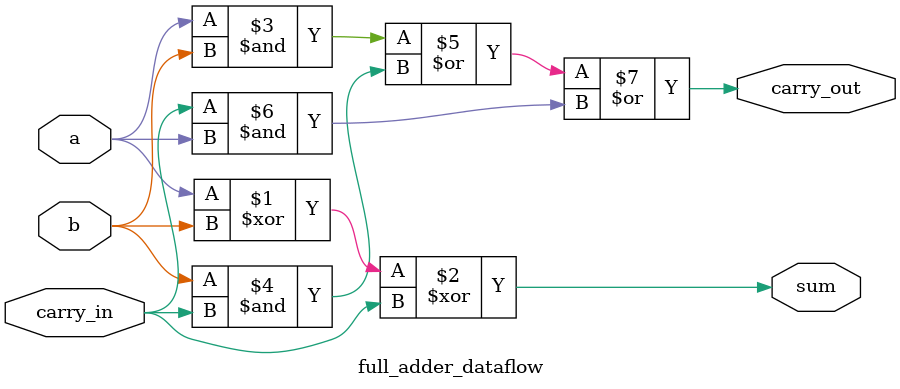
<source format=v>

module full_adder_dataflow(sum, carry_out, a, b, carry_in);
    input a, b, carry_in;
    output sum, carry_out;
    assign sum = a ^ b ^ carry_in;
    assign carry_out = (a & b) | (b & carry_in) | (carry_in & a);
endmodule

</source>
